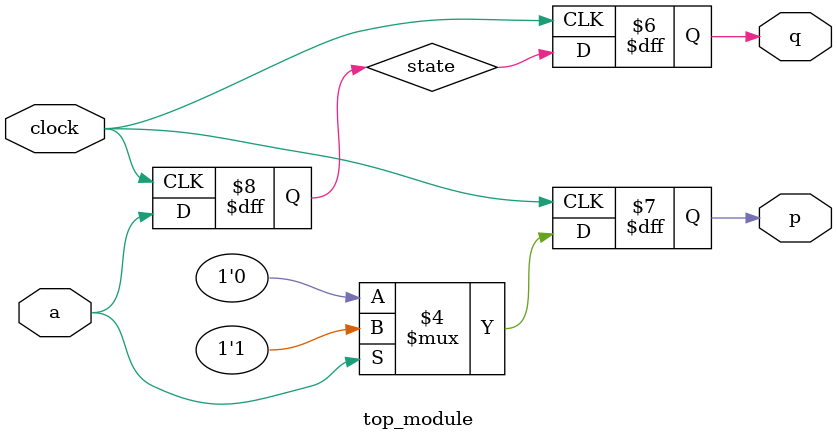
<source format=sv>
module top_module (
    input clock,
    input a, 
    output reg p,
    output reg q
);

    reg state;

    always @(posedge clock) begin
        if (a) begin
            p <= 1;
        end else begin
            p <= 0;
        end
        state <= a;
    end

    always @(negedge clock) begin
        q <= state;
    end

endmodule

</source>
